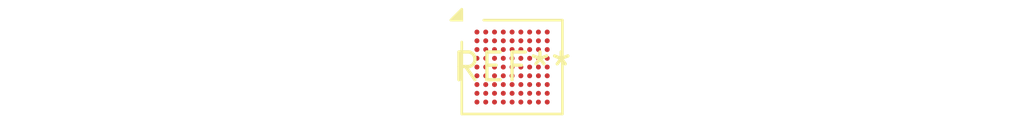
<source format=kicad_pcb>
(kicad_pcb (version 20240108) (generator pcbnew)
  (layers (0 "F.Cu" signal) (31 "B.Cu" signal) (34 "B.Paste" user) (35 "F.Paste" user) (36 "B.SilkS" user "B.Silkscreen") (37 "F.SilkS" user "F.Silkscreen") (38 "B.Mask" user) (39 "F.Mask" user) (44 "Edge.Cuts" user))
  (net 0 "")
  (footprint "ST_WLCSP-81_4.36x4.07mm_Layout9x9_P0.4mm" (layer "F.Cu") (at 0 0)
    (property "Reference" "REF**")
    (property "Value" "ST_WLCSP-81_4.36x4.07mm_Layout9x9_P0.4mm")
    (fp_line (start -2.29 2.145) (end -2.29 -1.145) (layer "F.SilkS") (stroke (width 0.12)))
    (fp_line (start -1.29 -2.145) (end 2.29 -2.145) (layer "F.SilkS") (stroke (width 0.12)))
    (fp_line (start 2.29 -2.145) (end 2.29 2.145) (layer "F.SilkS") (stroke (width 0.12)))
    (fp_line (start 2.29 2.145) (end -2.29 2.145) (layer "F.SilkS") (stroke (width 0.12)))
    (fp_poly (pts (xy -2.29 -2.145) (xy -2.79 -2.145) (xy -2.29 -2.645) (xy -2.29 -2.145)) (layer "F.SilkS") (stroke (width 0.12)) (fill solid))
    (pad "A1" smd circle (at -1.6 -1.6) (size 0.225 0.225) (property pad_prop_bga) (layers "F.Cu" "F.Paste" "F.Mask"))
    (pad "A2" smd circle (at -1.2 -1.6) (size 0.225 0.225) (property pad_prop_bga) (layers "F.Cu" "F.Paste" "F.Mask"))
    (pad "A3" smd circle (at -0.8 -1.6) (size 0.225 0.225) (property pad_prop_bga) (layers "F.Cu" "F.Paste" "F.Mask"))
    (pad "A4" smd circle (at -0.4 -1.6) (size 0.225 0.225) (property pad_prop_bga) (layers "F.Cu" "F.Paste" "F.Mask"))
    (pad "A5" smd circle (at 0 -1.6) (size 0.225 0.225) (property pad_prop_bga) (layers "F.Cu" "F.Paste" "F.Mask"))
    (pad "A6" smd circle (at 0.4 -1.6) (size 0.225 0.225) (property pad_prop_bga) (layers "F.Cu" "F.Paste" "F.Mask"))
    (pad "A7" smd circle (at 0.8 -1.6) (size 0.225 0.225) (property pad_prop_bga) (layers "F.Cu" "F.Paste" "F.Mask"))
    (pad "A8" smd circle (at 1.2 -1.6) (size 0.225 0.225) (property pad_prop_bga) (layers "F.Cu" "F.Paste" "F.Mask"))
    (pad "A9" smd circle (at 1.6 -1.6) (size 0.225 0.225) (property pad_prop_bga) (layers "F.Cu" "F.Paste" "F.Mask"))
    (pad "B1" smd circle (at -1.6 -1.2) (size 0.225 0.225) (property pad_prop_bga) (layers "F.Cu" "F.Paste" "F.Mask"))
    (pad "B2" smd circle (at -1.2 -1.2) (size 0.225 0.225) (property pad_prop_bga) (layers "F.Cu" "F.Paste" "F.Mask"))
    (pad "B3" smd circle (at -0.8 -1.2) (size 0.225 0.225) (property pad_prop_bga) (layers "F.Cu" "F.Paste" "F.Mask"))
    (pad "B4" smd circle (at -0.4 -1.2) (size 0.225 0.225) (property pad_prop_bga) (layers "F.Cu" "F.Paste" "F.Mask"))
    (pad "B5" smd circle (at 0 -1.2) (size 0.225 0.225) (property pad_prop_bga) (layers "F.Cu" "F.Paste" "F.Mask"))
    (pad "B6" smd circle (at 0.4 -1.2) (size 0.225 0.225) (property pad_prop_bga) (layers "F.Cu" "F.Paste" "F.Mask"))
    (pad "B7" smd circle (at 0.8 -1.2) (size 0.225 0.225) (property pad_prop_bga) (layers "F.Cu" "F.Paste" "F.Mask"))
    (pad "B8" smd circle (at 1.2 -1.2) (size 0.225 0.225) (property pad_prop_bga) (layers "F.Cu" "F.Paste" "F.Mask"))
    (pad "B9" smd circle (at 1.6 -1.2) (size 0.225 0.225) (property pad_prop_bga) (layers "F.Cu" "F.Paste" "F.Mask"))
    (pad "C1" smd circle (at -1.6 -0.8) (size 0.225 0.225) (property pad_prop_bga) (layers "F.Cu" "F.Paste" "F.Mask"))
    (pad "C2" smd circle (at -1.2 -0.8) (size 0.225 0.225) (property pad_prop_bga) (layers "F.Cu" "F.Paste" "F.Mask"))
    (pad "C3" smd circle (at -0.8 -0.8) (size 0.225 0.225) (property pad_prop_bga) (layers "F.Cu" "F.Paste" "F.Mask"))
    (pad "C4" smd circle (at -0.4 -0.8) (size 0.225 0.225) (property pad_prop_bga) (layers "F.Cu" "F.Paste" "F.Mask"))
    (pad "C5" smd circle (at 0 -0.8) (size 0.225 0.225) (property pad_prop_bga) (layers "F.Cu" "F.Paste" "F.Mask"))
    (pad "C6" smd circle (at 0.4 -0.8) (size 0.225 0.225) (property pad_prop_bga) (layers "F.Cu" "F.Paste" "F.Mask"))
    (pad "C7" smd circle (at 0.8 -0.8) (size 0.225 0.225) (property pad_prop_bga) (layers "F.Cu" "F.Paste" "F.Mask"))
    (pad "C8" smd circle (at 1.2 -0.8) (size 0.225 0.225) (property pad_prop_bga) (layers "F.Cu" "F.Paste" "F.Mask"))
    (pad "C9" smd circle (at 1.6 -0.8) (size 0.225 0.225) (property pad_prop_bga) (layers "F.Cu" "F.Paste" "F.Mask"))
    (pad "D1" smd circle (at -1.6 -0.4) (size 0.225 0.225) (property pad_prop_bga) (layers "F.Cu" "F.Paste" "F.Mask"))
    (pad "D2" smd circle (at -1.2 -0.4) (size 0.225 0.225) (property pad_prop_bga) (layers "F.Cu" "F.Paste" "F.Mask"))
    (pad "D3" smd circle (at -0.8 -0.4) (size 0.225 0.225) (property pad_prop_bga) (layers "F.Cu" "F.Paste" "F.Mask"))
    (pad "D4" smd circle (at -0.4 -0.4) (size 0.225 0.225) (property pad_prop_bga) (layers "F.Cu" "F.Paste" "F.Mask"))
    (pad "D5" smd circle (at 0 -0.4) (size 0.225 0.225) (property pad_prop_bga) (layers "F.Cu" "F.Paste" "F.Mask"))
    (pad "D6" smd circle (at 0.4 -0.4) (size 0.225 0.225) (property pad_prop_bga) (layers "F.Cu" "F.Paste" "F.Mask"))
    (pad "D7" smd circle (at 0.8 -0.4) (size 0.225 0.225) (property pad_prop_bga) (layers "F.Cu" "F.Paste" "F.Mask"))
    (pad "D8" smd circle (at 1.2 -0.4) (size 0.225 0.225) (property pad_prop_bga) (layers "F.Cu" "F.Paste" "F.Mask"))
    (pad "D9" smd circle (at 1.6 -0.4) (size 0.225 0.225) (property pad_prop_bga) (layers "F.Cu" "F.Paste" "F.Mask"))
    (pad "E1" smd circle (at -1.6 0) (size 0.225 0.225) (property pad_prop_bga) (layers "F.Cu" "F.Paste" "F.Mask"))
    (pad "E2" smd circle (at -1.2 0) (size 0.225 0.225) (property pad_prop_bga) (layers "F.Cu" "F.Paste" "F.Mask"))
    (pad "E3" smd circle (at -0.8 0) (size 0.225 0.225) (property pad_prop_bga) (layers "F.Cu" "F.Paste" "F.Mask"))
    (pad "E4" smd circle (at -0.4 0) (size 0.225 0.225) (property pad_prop_bga) (layers "F.Cu" "F.Paste" "F.Mask"))
    (pad "E5" smd circle (at 0 0) (size 0.225 0.225) (property pad_prop_bga) (layers "F.Cu" "F.Paste" "F.Mask"))
    (pad "E6" smd circle (at 0.4 0) (size 0.225 0.225) (property pad_prop_bga) (layers "F.Cu" "F.Paste" "F.Mask"))
    (pad "E7" smd circle (at 0.8 0) (size 0.225 0.225) (property pad_prop_bga) (layers "F.Cu" "F.Paste" "F.Mask"))
    (pad "E8" smd circle (at 1.2 0) (size 0.225 0.225) (property pad_prop_bga) (layers "F.Cu" "F.Paste" "F.Mask"))
    (pad "E9" smd circle (at 1.6 0) (size 0.225 0.225) (property pad_prop_bga) (layers "F.Cu" "F.Paste" "F.Mask"))
    (pad "F1" smd circle (at -1.6 0.4) (size 0.225 0.225) (property pad_prop_bga) (layers "F.Cu" "F.Paste" "F.Mask"))
    (pad "F2" smd circle (at -1.2 0.4) (size 0.225 0.225) (property pad_prop_bga) (layers "F.Cu" "F.Paste" "F.Mask"))
    (pad "F3" smd circle (at -0.8 0.4) (size 0.225 0.225) (property pad_prop_bga) (layers "F.Cu" "F.Paste" "F.Mask"))
    (pad "F4" smd circle (at -0.4 0.4) (size 0.225 0.225) (property pad_prop_bga) (layers "F.Cu" "F.Paste" "F.Mask"))
    (pad "F5" smd circle (at 0 0.4) (size 0.225 0.225) (property pad_prop_bga) (layers "F.Cu" "F.Paste" "F.Mask"))
    (pad "F6" smd circle (at 0.4 0.4) (size 0.225 0.225) (property pad_prop_bga) (layers "F.Cu" "F.Paste" "F.Mask"))
    (pad "F7" smd circle (at 0.8 0.4) (size 0.225 0.225) (property pad_prop_bga) (layers "F.Cu" "F.Paste" "F.Mask"))
    (pad "F8" smd circle (at 1.2 0.4) (size 0.225 0.225) (property pad_prop_bga) (layers "F.Cu" "F.Paste" "F.Mask"))
    (pad "F9" smd circle (at 1.6 0.4) (size 0.225 0.225) (property pad_prop_bga) (layers "F.Cu" "F.Paste" "F.Mask"))
    (pad "G1" smd circle (at -1.6 0.8) (size 0.225 0.225) (property pad_prop_bga) (layers "F.Cu" "F.Paste" "F.Mask"))
    (pad "G2" smd circle (at -1.2 0.8) (size 0.225 0.225) (property pad_prop_bga) (layers "F.Cu" "F.Paste" "F.Mask"))
    (pad "G3" smd circle (at -0.8 0.8) (size 0.225 0.225) (property pad_prop_bga) (layers "F.Cu" "F.Paste" "F.Mask"))
    (pad "G4" smd circle (at -0.4 0.8) (size 0.225 0.225) (property pad_prop_bga) (layers "F.Cu" "F.Paste" "F.Mask"))
    (pad "G5" smd circle (at 0 0.8) (size 0.225 0.225) (property pad_prop_bga) (layers "F.Cu" "F.Paste" "F.Mask"))
    (pad "G6" smd circle (at 0.4 0.8) (size 0.225 0.225) (property pad_prop_bga) (layers "F.Cu" "F.Paste" "F.Mask"))
    (pad "G7" smd circle (at 0.8 0.8) (size 0.225 0.225) (property pad_prop_bga) (layers "F.Cu" "F.Paste" "F.Mask"))
    (pad "G8" smd circle (at 1.2 0.8) (size 0.225 0.225) (property pad_prop_bga) (layers "F.Cu" "F.Paste" "F.Mask"))
    (pad "G9" smd circle (at 1.6 0.8) (size 0.225 0.225) (property pad_prop_bga) (layers "F.Cu" "F.Paste" "F.Mask"))
    (pad "H1" smd circle (at -1.6 1.2) (size 0.225 0.225) (property pad_prop_bga) (layers "F.Cu" "F.Paste" "F.Mask"))
    (pad "H2" smd circle (at -1.2 1.2) (size 0.225 0.225) (property pad_prop_bga) (layers "F.Cu" "F.Paste" "F.Mask"))
    (pad "H3" smd circle (at -0.8 1.2) (size 0.225 0.225) (property pad_prop_bga) (layers "F.Cu" "F.Paste" "F.Mask"))
    (pad "H4" smd circle (at -0.4 1.2) (size 0.225 0.225) (property pad_prop_bga) (layers "F.Cu" "F.Paste" "F.Mask"))
    (pad "H5" smd circle (at 0 1.2) (size 0.225 0.225) (property pad_prop_bga) (layers "F.Cu" "F.Paste" "F.Mask"))
    (pad "H6" smd circle (at 0.4 1.2) (size 0.225 0.225) (property pad_prop_bga) (layers "F.Cu" "F.Paste" "F.Mask"))
    (pad "H7" smd circle (at 0.8 1.2) (size 0.225 0.225) (property pad_prop_bga) (layers "F.Cu" "F.Paste" "F.Mask"))
    (pad "H8" smd circle (at 1.2 1.2) (size 0.225 0.225) (property pad_prop_bga) (layers "F.Cu" "F.Paste" "F.Mask"))
    (pad "H9" smd circle (at 1.6 1.2) (size 0.225 0.225) (property pad_prop_bga) (layers "F.Cu" "F.Paste" "F.Mask"))
    (pad "J1" smd circle (at -1.6 1.6) (size 0.225 0.225) (property pad_prop_bga) (layers "F.Cu" "F.Paste" "F.Mask"))
    (pad "J2" smd circle (at -1.2 1.6) (size 0.225 0.225) (property pad_prop_bga) (layers "F.Cu" "F.Paste" "F.Mask"))
    (pad "J3" smd circle (at -0.8 1.6) (size 0.225 0.225) (property pad_prop_bga) (layers "F.Cu" "F.Paste" "F.Mask"))
    (pad "J4" smd circle (at -0.4 1.6) (size 0.225 0.225) (property pad_prop_bga) (layers "F.Cu" "F.Paste" "F.Mask"))
    (pad "J5" smd circle (at 0 1.6) (size 0.225 0.225) (property pad_prop_bga) (layers "F.Cu" "F.Paste" "F.Mask"))
    (pad "J6" smd circle (at 0.4 1.6) (size 0.225 0.225) (property pad_prop_bga) (layers "F.Cu" "F.Paste" "F.Mask"))
    (pad "J7" smd circle (at 0.8 1.6) (size 0.225 0.225) (property pad_prop_bga) (layers "F.Cu" "F.Paste" "F.Mask"))
    (pad "J8" smd circle (at 1.2 1.6) (size 0.225 0.225) (property pad_prop_bga) (layers "F.Cu" "F.Paste" "F.Mask"))
    (pad "J9" smd circle (at 1.6 1.6) (size 0.225 0.225) (property pad_prop_bga) (layers "F.Cu" "F.Paste" "F.Mask"))
  )
)
</source>
